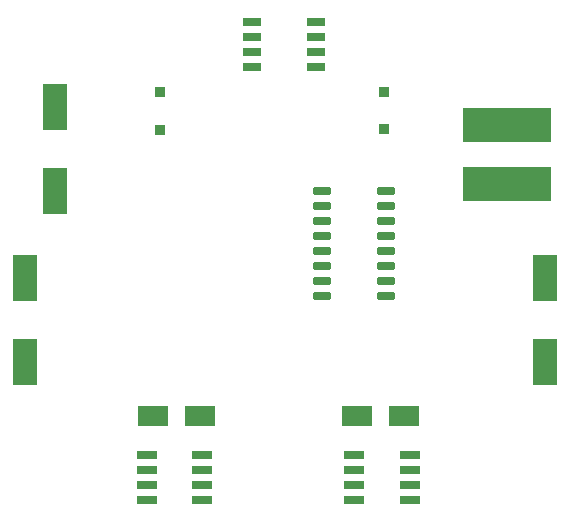
<source format=gbr>
%TF.GenerationSoftware,Altium Limited,Altium Designer,24.3.1 (35)*%
G04 Layer_Color=8421504*
%FSLAX43Y43*%
%MOMM*%
%TF.SameCoordinates,9DAA59CA-406A-4E62-98C5-13318CB5E6F2*%
%TF.FilePolarity,Positive*%
%TF.FileFunction,Paste,Top*%
%TF.Part,Single*%
G01*
G75*
%TA.AperFunction,SMDPad,CuDef*%
%ADD11R,2.000X4.000*%
G04:AMPARAMS|DCode=12|XSize=1.55mm|YSize=0.6mm|CornerRadius=0.051mm|HoleSize=0mm|Usage=FLASHONLY|Rotation=180.000|XOffset=0mm|YOffset=0mm|HoleType=Round|Shape=RoundedRectangle|*
%AMROUNDEDRECTD12*
21,1,1.550,0.498,0,0,180.0*
21,1,1.448,0.600,0,0,180.0*
1,1,0.102,-0.724,0.249*
1,1,0.102,0.724,0.249*
1,1,0.102,0.724,-0.249*
1,1,0.102,-0.724,-0.249*
%
%ADD12ROUNDEDRECTD12*%
%ADD13R,7.500X3.000*%
G04:AMPARAMS|DCode=14|XSize=0.6mm|YSize=1.45mm|CornerRadius=0.051mm|HoleSize=0mm|Usage=FLASHONLY|Rotation=90.000|XOffset=0mm|YOffset=0mm|HoleType=Round|Shape=RoundedRectangle|*
%AMROUNDEDRECTD14*
21,1,0.600,1.348,0,0,90.0*
21,1,0.498,1.450,0,0,90.0*
1,1,0.102,0.674,0.249*
1,1,0.102,0.674,-0.249*
1,1,0.102,-0.674,-0.249*
1,1,0.102,-0.674,0.249*
%
%ADD14ROUNDEDRECTD14*%
%ADD15R,1.780X0.720*%
%ADD16R,2.500X1.700*%
%ADD17R,0.950X0.900*%
D11*
X10490Y35877D02*
D03*
Y42977D02*
D03*
X52000Y28550D02*
D03*
Y21450D02*
D03*
X8000D02*
D03*
Y28550D02*
D03*
D12*
X32621Y46431D02*
D03*
Y47701D02*
D03*
Y48971D02*
D03*
Y50241D02*
D03*
X27221D02*
D03*
Y48971D02*
D03*
Y47701D02*
D03*
Y46431D02*
D03*
D13*
X48768Y41525D02*
D03*
Y36525D02*
D03*
D14*
X38539Y27051D02*
D03*
Y28321D02*
D03*
Y29591D02*
D03*
Y30861D02*
D03*
Y32131D02*
D03*
Y33401D02*
D03*
Y34671D02*
D03*
Y35941D02*
D03*
X33089Y27051D02*
D03*
Y28321D02*
D03*
Y29591D02*
D03*
Y30861D02*
D03*
Y32131D02*
D03*
Y33401D02*
D03*
Y34671D02*
D03*
Y35941D02*
D03*
D15*
X18285Y13513D02*
D03*
Y12243D02*
D03*
Y10973D02*
D03*
Y9703D02*
D03*
X22965Y13513D02*
D03*
Y12243D02*
D03*
Y10973D02*
D03*
Y9703D02*
D03*
X40542D02*
D03*
Y10973D02*
D03*
Y12243D02*
D03*
Y13513D02*
D03*
X35862Y9703D02*
D03*
Y10973D02*
D03*
Y12243D02*
D03*
Y13513D02*
D03*
D16*
X40075Y16815D02*
D03*
X36075D02*
D03*
X18803Y16840D02*
D03*
X22803D02*
D03*
D17*
X19380Y41097D02*
D03*
X19380Y44247D02*
D03*
X38354Y41122D02*
D03*
X38354Y44272D02*
D03*
%TF.MD5,592d542f5fecba09cc2f528f980f9177*%
M02*

</source>
